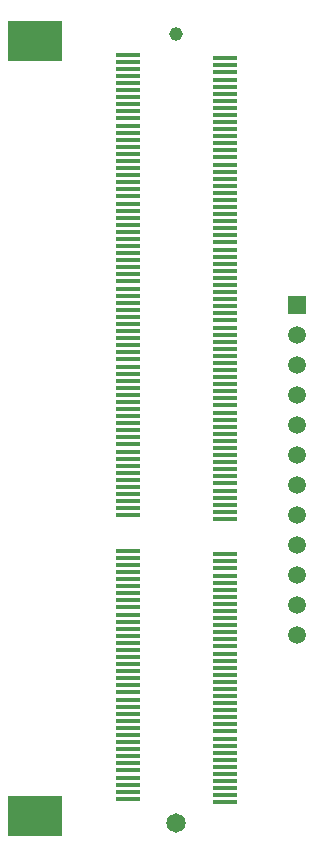
<source format=gbr>
%TF.GenerationSoftware,Altium Limited,Altium Designer,20.1.14 (287)*%
G04 Layer_Color=255*
%FSLAX26Y26*%
%MOIN*%
%TF.SameCoordinates,6A0BC998-17C7-4340-AACC-798D36D37454*%
%TF.FilePolarity,Positive*%
%TF.FileFunction,Pads,Top*%
%TF.Part,Single*%
G01*
G75*
%TA.AperFunction,ConnectorPad*%
%ADD10R,0.181102X0.137795*%
%ADD11R,0.078740X0.015748*%
%TA.AperFunction,ComponentPad*%
%ADD13C,0.045276*%
%ADD14C,0.064961*%
%ADD15C,0.059055*%
%ADD16R,0.059055X0.059055*%
D10*
X1423976Y4845827D02*
D03*
Y2263150D02*
D03*
D11*
X2057835Y4788740D02*
D03*
X1735000Y4800551D02*
D03*
Y4776929D02*
D03*
Y4753307D02*
D03*
Y4729685D02*
D03*
Y4706063D02*
D03*
Y4682441D02*
D03*
Y4658819D02*
D03*
Y4635197D02*
D03*
Y4611575D02*
D03*
Y4587953D02*
D03*
Y4564331D02*
D03*
Y4540709D02*
D03*
Y4517087D02*
D03*
Y4493465D02*
D03*
Y4469842D02*
D03*
Y4446221D02*
D03*
Y4422598D02*
D03*
Y4398976D02*
D03*
Y4375354D02*
D03*
Y4351732D02*
D03*
Y4328110D02*
D03*
Y4304488D02*
D03*
Y4280866D02*
D03*
Y4257244D02*
D03*
Y4233622D02*
D03*
Y4210000D02*
D03*
Y4186378D02*
D03*
Y4162756D02*
D03*
Y4139134D02*
D03*
Y4115512D02*
D03*
Y4091890D02*
D03*
Y4068268D02*
D03*
Y4044646D02*
D03*
Y4021024D02*
D03*
Y3997402D02*
D03*
Y3973780D02*
D03*
Y3950157D02*
D03*
Y3926535D02*
D03*
Y3902913D02*
D03*
Y3879291D02*
D03*
Y3855669D02*
D03*
Y3832047D02*
D03*
Y3808425D02*
D03*
Y3761181D02*
D03*
Y3784803D02*
D03*
Y3737559D02*
D03*
Y3713937D02*
D03*
Y3690315D02*
D03*
Y3666693D02*
D03*
Y3643071D02*
D03*
Y3619449D02*
D03*
Y3595827D02*
D03*
Y3572205D02*
D03*
Y3548583D02*
D03*
Y3524961D02*
D03*
Y3501339D02*
D03*
Y3477717D02*
D03*
Y3454095D02*
D03*
Y3430472D02*
D03*
Y3406850D02*
D03*
Y3383228D02*
D03*
Y3359606D02*
D03*
Y3335984D02*
D03*
Y3312362D02*
D03*
Y3288740D02*
D03*
Y3265118D02*
D03*
Y3147008D02*
D03*
Y3123386D02*
D03*
Y3099764D02*
D03*
Y3076142D02*
D03*
Y3052520D02*
D03*
Y3028898D02*
D03*
Y3005276D02*
D03*
Y2981654D02*
D03*
Y2958032D02*
D03*
Y2934410D02*
D03*
Y2910787D02*
D03*
Y2887165D02*
D03*
Y2863543D02*
D03*
Y2839921D02*
D03*
Y2816299D02*
D03*
Y2792677D02*
D03*
Y2769055D02*
D03*
Y2745433D02*
D03*
Y2721811D02*
D03*
Y2698189D02*
D03*
Y2674567D02*
D03*
Y2650945D02*
D03*
Y2627323D02*
D03*
Y2603701D02*
D03*
Y2580079D02*
D03*
Y2556457D02*
D03*
Y2532835D02*
D03*
Y2509213D02*
D03*
Y2485591D02*
D03*
Y2461968D02*
D03*
Y2438347D02*
D03*
Y2414724D02*
D03*
Y2391102D02*
D03*
Y2367480D02*
D03*
Y2320236D02*
D03*
Y2343858D02*
D03*
X2057835Y4765118D02*
D03*
Y4741496D02*
D03*
Y4717874D02*
D03*
Y4694252D02*
D03*
Y4670630D02*
D03*
Y4647008D02*
D03*
Y4623386D02*
D03*
Y4599764D02*
D03*
Y4576142D02*
D03*
Y4552520D02*
D03*
Y4528898D02*
D03*
Y4505276D02*
D03*
Y4481654D02*
D03*
Y4458032D02*
D03*
Y4434409D02*
D03*
Y4410787D02*
D03*
Y4387165D02*
D03*
Y4363543D02*
D03*
Y4339921D02*
D03*
Y4316299D02*
D03*
Y4292677D02*
D03*
Y4269055D02*
D03*
Y4245433D02*
D03*
Y4221811D02*
D03*
Y4198189D02*
D03*
Y4174567D02*
D03*
Y4150945D02*
D03*
Y4127323D02*
D03*
Y4103701D02*
D03*
Y4080079D02*
D03*
Y4056457D02*
D03*
Y4032835D02*
D03*
Y4009213D02*
D03*
Y3985591D02*
D03*
Y3961968D02*
D03*
Y3938347D02*
D03*
Y3914724D02*
D03*
Y3891102D02*
D03*
Y3867480D02*
D03*
Y3843858D02*
D03*
Y3820236D02*
D03*
Y3796614D02*
D03*
Y3749370D02*
D03*
Y3772992D02*
D03*
Y3725748D02*
D03*
Y3702126D02*
D03*
Y3678504D02*
D03*
Y3654882D02*
D03*
Y3631260D02*
D03*
Y3607638D02*
D03*
Y3584016D02*
D03*
Y3560394D02*
D03*
Y3536772D02*
D03*
Y3513150D02*
D03*
Y3489528D02*
D03*
Y3465905D02*
D03*
Y3442284D02*
D03*
Y3418661D02*
D03*
Y3395039D02*
D03*
Y3371417D02*
D03*
Y3347795D02*
D03*
Y3324173D02*
D03*
Y3300551D02*
D03*
Y3276929D02*
D03*
Y3253307D02*
D03*
Y3135197D02*
D03*
Y3111575D02*
D03*
Y3087953D02*
D03*
Y3064331D02*
D03*
Y3040709D02*
D03*
Y3017087D02*
D03*
Y2993465D02*
D03*
Y2969843D02*
D03*
Y2946220D02*
D03*
Y2922598D02*
D03*
Y2898976D02*
D03*
Y2875354D02*
D03*
Y2851732D02*
D03*
Y2828110D02*
D03*
Y2804488D02*
D03*
Y2780866D02*
D03*
Y2757244D02*
D03*
Y2733622D02*
D03*
Y2710000D02*
D03*
Y2686378D02*
D03*
Y2662756D02*
D03*
Y2639134D02*
D03*
Y2615512D02*
D03*
Y2591890D02*
D03*
Y2568268D02*
D03*
Y2544646D02*
D03*
Y2521024D02*
D03*
Y2497402D02*
D03*
Y2473780D02*
D03*
Y2450157D02*
D03*
Y2426535D02*
D03*
Y2402913D02*
D03*
Y2379291D02*
D03*
Y2355669D02*
D03*
Y2308425D02*
D03*
Y2332047D02*
D03*
D13*
X1896417Y4869449D02*
D03*
D14*
Y2239528D02*
D03*
D15*
X2300000Y2865000D02*
D03*
Y2965000D02*
D03*
Y3065000D02*
D03*
Y3165000D02*
D03*
Y3265000D02*
D03*
Y3365000D02*
D03*
Y3465000D02*
D03*
Y3565000D02*
D03*
Y3665000D02*
D03*
Y3765000D02*
D03*
Y3865000D02*
D03*
D16*
Y3965000D02*
D03*
%TF.MD5,e60a149b90ef964dc20e2a81e5176d01*%
M02*

</source>
